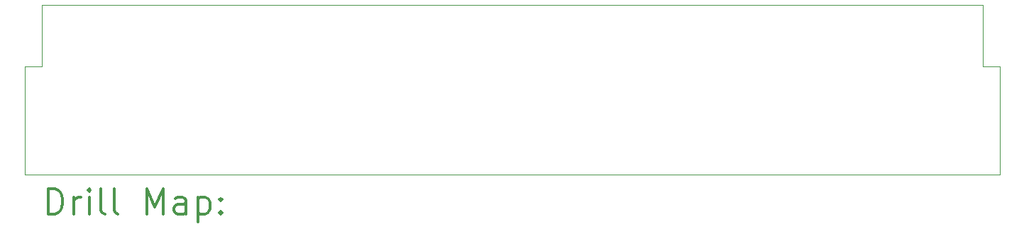
<source format=gbr>
%FSLAX45Y45*%
G04 Gerber Fmt 4.5, Leading zero omitted, Abs format (unit mm)*
G04 Created by KiCad (PCBNEW (5.1.6)-1) date 2022-03-07 17:14:07*
%MOMM*%
%LPD*%
G01*
G04 APERTURE LIST*
%TA.AperFunction,Profile*%
%ADD10C,0.050000*%
%TD*%
%ADD11C,0.200000*%
%ADD12C,0.300000*%
G04 APERTURE END LIST*
D10*
X9550400Y-7112000D02*
X20777200Y-7112000D01*
X9550400Y-7137400D02*
X9550400Y-7112000D01*
X9550400Y-7848600D02*
X9550400Y-7137400D01*
X9347200Y-7848600D02*
X9550400Y-7848600D01*
X9347200Y-9144000D02*
X9347200Y-7848600D01*
X20980400Y-9144000D02*
X9347200Y-9144000D01*
X20980400Y-7848600D02*
X20980400Y-9144000D01*
X20777200Y-7848600D02*
X20980400Y-7848600D01*
X20777200Y-7112000D02*
X20777200Y-7848600D01*
D11*
D12*
X9631128Y-9612214D02*
X9631128Y-9312214D01*
X9702557Y-9312214D01*
X9745414Y-9326500D01*
X9773986Y-9355072D01*
X9788271Y-9383643D01*
X9802557Y-9440786D01*
X9802557Y-9483643D01*
X9788271Y-9540786D01*
X9773986Y-9569357D01*
X9745414Y-9597929D01*
X9702557Y-9612214D01*
X9631128Y-9612214D01*
X9931128Y-9612214D02*
X9931128Y-9412214D01*
X9931128Y-9469357D02*
X9945414Y-9440786D01*
X9959700Y-9426500D01*
X9988271Y-9412214D01*
X10016843Y-9412214D01*
X10116843Y-9612214D02*
X10116843Y-9412214D01*
X10116843Y-9312214D02*
X10102557Y-9326500D01*
X10116843Y-9340786D01*
X10131128Y-9326500D01*
X10116843Y-9312214D01*
X10116843Y-9340786D01*
X10302557Y-9612214D02*
X10273986Y-9597929D01*
X10259700Y-9569357D01*
X10259700Y-9312214D01*
X10459700Y-9612214D02*
X10431128Y-9597929D01*
X10416843Y-9569357D01*
X10416843Y-9312214D01*
X10802557Y-9612214D02*
X10802557Y-9312214D01*
X10902557Y-9526500D01*
X11002557Y-9312214D01*
X11002557Y-9612214D01*
X11273986Y-9612214D02*
X11273986Y-9455072D01*
X11259700Y-9426500D01*
X11231128Y-9412214D01*
X11173986Y-9412214D01*
X11145414Y-9426500D01*
X11273986Y-9597929D02*
X11245414Y-9612214D01*
X11173986Y-9612214D01*
X11145414Y-9597929D01*
X11131128Y-9569357D01*
X11131128Y-9540786D01*
X11145414Y-9512214D01*
X11173986Y-9497929D01*
X11245414Y-9497929D01*
X11273986Y-9483643D01*
X11416843Y-9412214D02*
X11416843Y-9712214D01*
X11416843Y-9426500D02*
X11445414Y-9412214D01*
X11502557Y-9412214D01*
X11531128Y-9426500D01*
X11545414Y-9440786D01*
X11559700Y-9469357D01*
X11559700Y-9555072D01*
X11545414Y-9583643D01*
X11531128Y-9597929D01*
X11502557Y-9612214D01*
X11445414Y-9612214D01*
X11416843Y-9597929D01*
X11688271Y-9583643D02*
X11702557Y-9597929D01*
X11688271Y-9612214D01*
X11673986Y-9597929D01*
X11688271Y-9583643D01*
X11688271Y-9612214D01*
X11688271Y-9426500D02*
X11702557Y-9440786D01*
X11688271Y-9455072D01*
X11673986Y-9440786D01*
X11688271Y-9426500D01*
X11688271Y-9455072D01*
M02*

</source>
